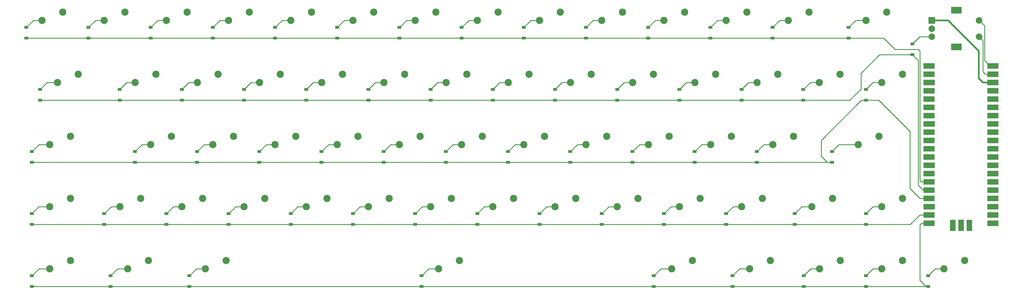
<source format=gbr>
%TF.GenerationSoftware,KiCad,Pcbnew,(6.0.8)*%
%TF.CreationDate,2022-10-10T20:20:44+01:00*%
%TF.ProjectId,keyboard-pcb,6b657962-6f61-4726-942d-7063622e6b69,1.0*%
%TF.SameCoordinates,Original*%
%TF.FileFunction,Copper,L2,Bot*%
%TF.FilePolarity,Positive*%
%FSLAX46Y46*%
G04 Gerber Fmt 4.6, Leading zero omitted, Abs format (unit mm)*
G04 Created by KiCad (PCBNEW (6.0.8)) date 2022-10-10 20:20:44*
%MOMM*%
%LPD*%
G01*
G04 APERTURE LIST*
%TA.AperFunction,ComponentPad*%
%ADD10O,1.700000X1.700000*%
%TD*%
%TA.AperFunction,SMDPad,CuDef*%
%ADD11R,3.500000X1.700000*%
%TD*%
%TA.AperFunction,ComponentPad*%
%ADD12R,1.700000X1.700000*%
%TD*%
%TA.AperFunction,SMDPad,CuDef*%
%ADD13R,1.700000X3.500000*%
%TD*%
%TA.AperFunction,ComponentPad*%
%ADD14C,2.200000*%
%TD*%
%TA.AperFunction,ComponentPad*%
%ADD15R,2.000000X2.000000*%
%TD*%
%TA.AperFunction,ComponentPad*%
%ADD16C,2.000000*%
%TD*%
%TA.AperFunction,ComponentPad*%
%ADD17R,3.200000X2.000000*%
%TD*%
%TA.AperFunction,SMDPad,CuDef*%
%ADD18R,1.200000X0.900000*%
%TD*%
%TA.AperFunction,Conductor*%
%ADD19C,0.500000*%
%TD*%
%TA.AperFunction,Conductor*%
%ADD20C,0.250000*%
%TD*%
%TA.AperFunction,Conductor*%
%ADD21C,0.400000*%
%TD*%
G04 APERTURE END LIST*
D10*
%TO.P,U1,1,GPIO0*%
%TO.N,CLK*%
X364667800Y-124451000D03*
D11*
X365567800Y-124451000D03*
D10*
%TO.P,U1,2,GPIO1*%
%TO.N,DT*%
X364667800Y-126991000D03*
D11*
X365567800Y-126991000D03*
%TO.P,U1,3,GND*%
%TO.N,GND*%
X365567800Y-129531000D03*
D12*
X364667800Y-129531000D03*
D10*
%TO.P,U1,4,GPIO2*%
%TO.N,COL_8*%
X364667800Y-132071000D03*
D11*
X365567800Y-132071000D03*
D10*
%TO.P,U1,5,GPIO3*%
%TO.N,COL_9*%
X364667800Y-134611000D03*
D11*
X365567800Y-134611000D03*
D10*
%TO.P,U1,6,GPIO4*%
%TO.N,COL_10*%
X364667800Y-137151000D03*
D11*
X365567800Y-137151000D03*
%TO.P,U1,7,GPIO5*%
%TO.N,COL_11*%
X365567800Y-139691000D03*
D10*
X364667800Y-139691000D03*
D12*
%TO.P,U1,8,GND*%
%TO.N,unconnected-(U1-Pad8)*%
X364667800Y-142231000D03*
D11*
X365567800Y-142231000D03*
%TO.P,U1,9,GPIO6*%
%TO.N,COL_12*%
X365567800Y-144771000D03*
D10*
X364667800Y-144771000D03*
%TO.P,U1,10,GPIO7*%
%TO.N,COL_13*%
X364667800Y-147311000D03*
D11*
X365567800Y-147311000D03*
%TO.P,U1,11,GPIO8*%
%TO.N,COL_7*%
X365567800Y-149851000D03*
D10*
X364667800Y-149851000D03*
%TO.P,U1,12,GPIO9*%
%TO.N,COL_6*%
X364667800Y-152391000D03*
D11*
X365567800Y-152391000D03*
D12*
%TO.P,U1,13,GND*%
%TO.N,unconnected-(U1-Pad13)*%
X364667800Y-154931000D03*
D11*
X365567800Y-154931000D03*
%TO.P,U1,14,GPIO10*%
%TO.N,COL_5*%
X365567800Y-157471000D03*
D10*
X364667800Y-157471000D03*
%TO.P,U1,15,GPIO11*%
%TO.N,COL_4*%
X364667800Y-160011000D03*
D11*
X365567800Y-160011000D03*
%TO.P,U1,16,GPIO12*%
%TO.N,COL_3*%
X365567800Y-162551000D03*
D10*
X364667800Y-162551000D03*
D11*
%TO.P,U1,17,GPIO13*%
%TO.N,COL_0*%
X365567800Y-165091000D03*
D10*
X364667800Y-165091000D03*
D11*
%TO.P,U1,18,GND*%
%TO.N,unconnected-(U1-Pad18)*%
X365567800Y-167631000D03*
D12*
X364667800Y-167631000D03*
D10*
%TO.P,U1,19,GPIO14*%
%TO.N,COL_1*%
X364667800Y-170171000D03*
D11*
X365567800Y-170171000D03*
%TO.P,U1,20,GPIO15*%
%TO.N,COL_2*%
X365567800Y-172711000D03*
D10*
X364667800Y-172711000D03*
D11*
%TO.P,U1,21,GPIO16*%
%TO.N,ROW_4*%
X345987800Y-172711000D03*
D10*
X346887800Y-172711000D03*
D11*
%TO.P,U1,22,GPIO17*%
%TO.N,ROW_3*%
X345987800Y-170171000D03*
D10*
X346887800Y-170171000D03*
D11*
%TO.P,U1,23,GND*%
%TO.N,unconnected-(U1-Pad23)*%
X345987800Y-167631000D03*
D12*
X346887800Y-167631000D03*
D10*
%TO.P,U1,24,GPIO18*%
%TO.N,ROW_2*%
X346887800Y-165091000D03*
D11*
X345987800Y-165091000D03*
%TO.P,U1,25,GPIO19*%
%TO.N,ROW_1*%
X345987800Y-162551000D03*
D10*
X346887800Y-162551000D03*
D11*
%TO.P,U1,26,GPIO20*%
%TO.N,ROW_0*%
X345987800Y-160011000D03*
D10*
X346887800Y-160011000D03*
%TO.P,U1,27,GPIO21*%
%TO.N,unconnected-(U1-Pad27)*%
X346887800Y-157471000D03*
D11*
X345987800Y-157471000D03*
D12*
%TO.P,U1,28,GND*%
%TO.N,unconnected-(U1-Pad28)*%
X346887800Y-154931000D03*
D11*
X345987800Y-154931000D03*
D10*
%TO.P,U1,29,GPIO22*%
%TO.N,unconnected-(U1-Pad29)*%
X346887800Y-152391000D03*
D11*
X345987800Y-152391000D03*
%TO.P,U1,30,RUN*%
%TO.N,unconnected-(U1-Pad30)*%
X345987800Y-149851000D03*
D10*
X346887800Y-149851000D03*
%TO.P,U1,31,GPIO26_ADC0*%
%TO.N,unconnected-(U1-Pad31)*%
X346887800Y-147311000D03*
D11*
X345987800Y-147311000D03*
D10*
%TO.P,U1,32,GPIO27_ADC1*%
%TO.N,unconnected-(U1-Pad32)*%
X346887800Y-144771000D03*
D11*
X345987800Y-144771000D03*
%TO.P,U1,33,AGND*%
%TO.N,unconnected-(U1-Pad33)*%
X345987800Y-142231000D03*
D12*
X346887800Y-142231000D03*
D11*
%TO.P,U1,34,GPIO28_ADC2*%
%TO.N,unconnected-(U1-Pad34)*%
X345987800Y-139691000D03*
D10*
X346887800Y-139691000D03*
D11*
%TO.P,U1,35,ADC_VREF*%
%TO.N,unconnected-(U1-Pad35)*%
X345987800Y-137151000D03*
D10*
X346887800Y-137151000D03*
%TO.P,U1,36,3V3*%
%TO.N,unconnected-(U1-Pad36)*%
X346887800Y-134611000D03*
D11*
X345987800Y-134611000D03*
%TO.P,U1,37,3V3_EN*%
%TO.N,unconnected-(U1-Pad37)*%
X345987800Y-132071000D03*
D10*
X346887800Y-132071000D03*
D11*
%TO.P,U1,38,GND*%
%TO.N,unconnected-(U1-Pad38)*%
X345987800Y-129531000D03*
D12*
X346887800Y-129531000D03*
D11*
%TO.P,U1,39,VSYS*%
%TO.N,unconnected-(U1-Pad39)*%
X345987800Y-126991000D03*
D10*
X346887800Y-126991000D03*
%TO.P,U1,40,VBUS*%
%TO.N,unconnected-(U1-Pad40)*%
X346887800Y-124451000D03*
D11*
X345987800Y-124451000D03*
D13*
%TO.P,U1,41,SWCLK*%
%TO.N,unconnected-(U1-Pad41)*%
X358317800Y-173381000D03*
D10*
X358317800Y-172481000D03*
D12*
%TO.P,U1,42,GND*%
%TO.N,unconnected-(U1-Pad42)*%
X355777800Y-172481000D03*
D13*
X355777800Y-173381000D03*
D10*
%TO.P,U1,43,SWDIO*%
%TO.N,unconnected-(U1-Pad43)*%
X353237800Y-172481000D03*
D13*
X353237800Y-173381000D03*
%TD*%
D14*
%TO.P,MX28,1,COL*%
%TO.N,COL_7*%
X228219000Y-146041000D03*
%TO.P,MX28,2,ROW*%
%TO.N,Net-(D35-Pad2)*%
X221869000Y-148581000D03*
%TD*%
%TO.P,ALT1,1,COL*%
%TO.N,COL_2*%
X130683000Y-184150000D03*
%TO.P,ALT1,2,ROW*%
%TO.N,Net-(ALT1-Pad2)*%
X124333000Y-186690000D03*
%TD*%
%TO.P,DEL1,1,COL*%
%TO.N,COL_13*%
X337820000Y-127000000D03*
%TO.P,DEL1,2,ROW*%
%TO.N,Net-(D62-Pad2)*%
X331470000Y-129540000D03*
%TD*%
%TO.P,MX32,1,COL*%
%TO.N,COL_8*%
X247269000Y-146041000D03*
%TO.P,MX32,2,ROW*%
%TO.N,Net-(D39-Pad2)*%
X240919000Y-148581000D03*
%TD*%
%TO.P,SUP1,1,COL*%
%TO.N,COL_1*%
X106857800Y-184150000D03*
%TO.P,SUP1,2,ROW*%
%TO.N,Net-(D10-Pad2)*%
X100507800Y-186690000D03*
%TD*%
%TO.P,MX46,1,COL*%
%TO.N,COL_12*%
X309245000Y-107950000D03*
%TO.P,MX46,2,ROW*%
%TO.N,Net-(D56-Pad2)*%
X302895000Y-110490000D03*
%TD*%
%TO.P,MX43,1,COL*%
%TO.N,COL_11*%
X299694600Y-126991000D03*
%TO.P,MX43,2,ROW*%
%TO.N,Net-(D52-Pad2)*%
X293344600Y-129531000D03*
%TD*%
%TO.P,DWN1,1,COL*%
%TO.N,COL_12*%
X337820000Y-184150000D03*
%TO.P,DWN1,2,ROW*%
%TO.N,Net-(D60-Pad2)*%
X331470000Y-186690000D03*
%TD*%
%TO.P,MX12,1,COL*%
%TO.N,COL_3*%
X152019000Y-146041000D03*
%TO.P,MX12,2,ROW*%
%TO.N,Net-(D18-Pad2)*%
X145669000Y-148581000D03*
%TD*%
%TO.P,MX33,1,COL*%
%TO.N,COL_8*%
X237794800Y-165091000D03*
%TO.P,MX33,2,ROW*%
%TO.N,Net-(D40-Pad2)*%
X231444800Y-167631000D03*
%TD*%
%TO.P,FNC1,1,COL*%
%TO.N,COL_10*%
X297332400Y-184150000D03*
%TO.P,FNC1,2,ROW*%
%TO.N,Net-(D50-Pad2)*%
X290982400Y-186690000D03*
%TD*%
%TO.P,MX29,1,COL*%
%TO.N,COL_7*%
X218744800Y-165091000D03*
%TO.P,MX29,2,ROW*%
%TO.N,Net-(D36-Pad2)*%
X212394800Y-167631000D03*
%TD*%
%TO.P,MX8,1,COL*%
%TO.N,COL_2*%
X132969000Y-146041000D03*
%TO.P,MX8,2,ROW*%
%TO.N,Net-(D13-Pad2)*%
X126619000Y-148581000D03*
%TD*%
%TO.P,MX27,1,COL*%
%TO.N,COL_7*%
X223494600Y-126991000D03*
%TO.P,MX27,2,ROW*%
%TO.N,Net-(D34-Pad2)*%
X217144600Y-129531000D03*
%TD*%
%TO.P,MX23,1,COL*%
%TO.N,COL_6*%
X204444600Y-126991000D03*
%TO.P,MX23,2,ROW*%
%TO.N,Net-(D29-Pad2)*%
X198094600Y-129531000D03*
%TD*%
%TO.P,MX14,1,COL*%
%TO.N,COL_4*%
X156845000Y-107950000D03*
%TO.P,MX14,2,ROW*%
%TO.N,Net-(D20-Pad2)*%
X150495000Y-110490000D03*
%TD*%
%TO.P,MX16,1,COL*%
%TO.N,COL_4*%
X171069000Y-146041000D03*
%TO.P,MX16,2,ROW*%
%TO.N,Net-(D22-Pad2)*%
X164719000Y-148581000D03*
%TD*%
%TO.P,MX48,1,COL*%
%TO.N,COL_12*%
X316382400Y-165091000D03*
%TO.P,MX48,2,ROW*%
%TO.N,Net-(D59-Pad2)*%
X310032400Y-167631000D03*
%TD*%
%TO.P,SHFT1,1,COL*%
%TO.N,COL_0*%
X83032600Y-165100000D03*
%TO.P,SHFT1,2,ROW*%
%TO.N,Net-(D4-Pad2)*%
X76682600Y-167640000D03*
%TD*%
%TO.P,MX38,1,COL*%
%TO.N,COL_10*%
X271145000Y-107950000D03*
%TO.P,MX38,2,ROW*%
%TO.N,Net-(D46-Pad2)*%
X264795000Y-110490000D03*
%TD*%
%TO.P,MX13,1,COL*%
%TO.N,COL_3*%
X142544800Y-165091000D03*
%TO.P,MX13,2,ROW*%
%TO.N,Net-(D19-Pad2)*%
X136194800Y-167631000D03*
%TD*%
%TO.P,MX26,1,COL*%
%TO.N,COL_7*%
X213995000Y-107950000D03*
%TO.P,MX26,2,ROW*%
%TO.N,Net-(D33-Pad2)*%
X207645000Y-110490000D03*
%TD*%
D15*
%TO.P,SW1,A,A*%
%TO.N,GND*%
X346826000Y-110521000D03*
D16*
%TO.P,SW1,B,B*%
%TO.N,Net-(D65-Pad2)*%
X346826000Y-115521000D03*
%TO.P,SW1,C,C*%
%TO.N,COL_13*%
X346826000Y-113021000D03*
D17*
%TO.P,SW1,MP*%
%TO.N,N/C*%
X354326000Y-118621000D03*
X354326000Y-107421000D03*
D16*
%TO.P,SW1,S1,S1*%
%TO.N,DT*%
X361326000Y-115521000D03*
%TO.P,SW1,S2,S2*%
%TO.N,CLK*%
X361326000Y-110521000D03*
%TD*%
D14*
%TO.P,MX30,1,COL*%
%TO.N,COL_8*%
X233045000Y-107950000D03*
%TO.P,MX30,2,ROW*%
%TO.N,Net-(D37-Pad2)*%
X226695000Y-110490000D03*
%TD*%
%TO.P,TAB1,1,COL*%
%TO.N,COL_0*%
X85394800Y-127000000D03*
%TO.P,TAB1,2,ROW*%
%TO.N,Net-(D2-Pad2)*%
X79044800Y-129540000D03*
%TD*%
%TO.P,MX6,1,COL*%
%TO.N,COL_2*%
X118745000Y-107941000D03*
%TO.P,MX6,2,ROW*%
%TO.N,Net-(D11-Pad2)*%
X112395000Y-110481000D03*
%TD*%
%TO.P,MX34,1,COL*%
%TO.N,COL_9*%
X252095000Y-107950000D03*
%TO.P,MX34,2,ROW*%
%TO.N,Net-(D41-Pad2)*%
X245745000Y-110490000D03*
%TD*%
%TO.P,MX10,1,COL*%
%TO.N,COL_3*%
X137795000Y-107941000D03*
%TO.P,MX10,2,ROW*%
%TO.N,Net-(D16-Pad2)*%
X131445000Y-110481000D03*
%TD*%
%TO.P,MX47,1,COL*%
%TO.N,COL_12*%
X318744600Y-126991000D03*
%TO.P,MX47,2,ROW*%
%TO.N,Net-(D57-Pad2)*%
X312394600Y-129531000D03*
%TD*%
%TO.P,RHT1,1,COL*%
%TO.N,COL_13*%
X356870000Y-184150000D03*
%TO.P,RHT1,2,ROW*%
%TO.N,Net-(D64-Pad2)*%
X350520000Y-186690000D03*
%TD*%
%TO.P,MX4,1,COL*%
%TO.N,COL_1*%
X113919000Y-146041000D03*
%TO.P,MX4,2,ROW*%
%TO.N,Net-(D8-Pad2)*%
X107569000Y-148581000D03*
%TD*%
%TO.P,MX24,1,COL*%
%TO.N,COL_6*%
X209169000Y-146041000D03*
%TO.P,MX24,2,ROW*%
%TO.N,Net-(D30-Pad2)*%
X202819000Y-148581000D03*
%TD*%
%TO.P,CTRL1,1,COL*%
%TO.N,COL_0*%
X83032600Y-184150000D03*
%TO.P,CTRL1,2,ROW*%
%TO.N,Net-(CTRL1-Pad2)*%
X76682600Y-186690000D03*
%TD*%
%TO.P,MX11,1,COL*%
%TO.N,COL_3*%
X147294600Y-126991000D03*
%TO.P,MX11,2,ROW*%
%TO.N,Net-(D17-Pad2)*%
X140944600Y-129531000D03*
%TD*%
%TO.P,BKSP1,1,COL*%
%TO.N,COL_13*%
X333044800Y-107950000D03*
%TO.P,BKSP1,2,ROW*%
%TO.N,Net-(BKSP1-Pad2)*%
X326694800Y-110490000D03*
%TD*%
%TO.P,ALT2,1,COL*%
%TO.N,COL_9*%
X273532600Y-184150000D03*
%TO.P,ALT2,2,ROW*%
%TO.N,Net-(ALT2-Pad2)*%
X267182600Y-186690000D03*
%TD*%
%TO.P,MX41,1,COL*%
%TO.N,COL_10*%
X275894800Y-165091000D03*
%TO.P,MX41,2,ROW*%
%TO.N,Net-(D49-Pad2)*%
X269544800Y-167631000D03*
%TD*%
%TO.P,SPC1,1,COL*%
%TO.N,COL_6*%
X202107800Y-184134800D03*
%TO.P,SPC1,2,ROW*%
%TO.N,Net-(D32-Pad2)*%
X195757800Y-186674800D03*
%TD*%
%TO.P,MX18,1,COL*%
%TO.N,COL_5*%
X175895000Y-107950000D03*
%TO.P,MX18,2,ROW*%
%TO.N,Net-(D24-Pad2)*%
X169545000Y-110490000D03*
%TD*%
%TO.P,MX36,1,COL*%
%TO.N,COL_9*%
X266344400Y-146041000D03*
%TO.P,MX36,2,ROW*%
%TO.N,Net-(D43-Pad2)*%
X259994400Y-148581000D03*
%TD*%
%TO.P,MX25,1,COL*%
%TO.N,COL_6*%
X199694800Y-165091000D03*
%TO.P,MX25,2,ROW*%
%TO.N,Net-(D31-Pad2)*%
X193344800Y-167631000D03*
%TD*%
%TO.P,ENT1,1,COL*%
%TO.N,COL_12*%
X330682600Y-146050000D03*
%TO.P,ENT1,2,ROW*%
%TO.N,Net-(D58-Pad2)*%
X324332600Y-148590000D03*
%TD*%
%TO.P,MX2,1,COL*%
%TO.N,COL_1*%
X99695000Y-107950000D03*
%TO.P,MX2,2,ROW*%
%TO.N,Net-(D6-Pad2)*%
X93345000Y-110490000D03*
%TD*%
%TO.P,MX15,1,COL*%
%TO.N,COL_4*%
X166344600Y-126991000D03*
%TO.P,MX15,2,ROW*%
%TO.N,Net-(D21-Pad2)*%
X159994600Y-129531000D03*
%TD*%
%TO.P,CAP1,1,COL*%
%TO.N,COL_0*%
X83032600Y-146050000D03*
%TO.P,CAP1,2,ROW*%
%TO.N,Net-(CAP1-Pad2)*%
X76682600Y-148590000D03*
%TD*%
%TO.P,UP1,1,COL*%
%TO.N,COL_13*%
X337820000Y-165116400D03*
%TO.P,UP1,2,ROW*%
%TO.N,Net-(D63-Pad2)*%
X331470000Y-167656400D03*
%TD*%
%TO.P,MX31,1,COL*%
%TO.N,COL_8*%
X242544600Y-126991000D03*
%TO.P,MX31,2,ROW*%
%TO.N,Net-(D38-Pad2)*%
X236194600Y-129531000D03*
%TD*%
%TO.P,MX35,1,COL*%
%TO.N,COL_9*%
X261594600Y-126991000D03*
%TO.P,MX35,2,ROW*%
%TO.N,Net-(D42-Pad2)*%
X255244600Y-129531000D03*
%TD*%
%TO.P,MX5,1,COL*%
%TO.N,COL_1*%
X104470200Y-165100000D03*
%TO.P,MX5,2,ROW*%
%TO.N,Net-(D9-Pad2)*%
X98120200Y-167640000D03*
%TD*%
%TO.P,MX42,1,COL*%
%TO.N,COL_11*%
X290195000Y-107950000D03*
%TO.P,MX42,2,ROW*%
%TO.N,Net-(D51-Pad2)*%
X283845000Y-110490000D03*
%TD*%
%TO.P,MX40,1,COL*%
%TO.N,COL_10*%
X285394400Y-146041000D03*
%TO.P,MX40,2,ROW*%
%TO.N,Net-(D48-Pad2)*%
X279044400Y-148581000D03*
%TD*%
%TO.P,MX7,1,COL*%
%TO.N,COL_2*%
X128244600Y-126991000D03*
%TO.P,MX7,2,ROW*%
%TO.N,Net-(D12-Pad2)*%
X121894600Y-129531000D03*
%TD*%
%TO.P,MX22,1,COL*%
%TO.N,COL_6*%
X194945000Y-107950000D03*
%TO.P,MX22,2,ROW*%
%TO.N,Net-(D28-Pad2)*%
X188595000Y-110490000D03*
%TD*%
%TO.P,MX19,1,COL*%
%TO.N,COL_5*%
X185394600Y-126991000D03*
%TO.P,MX19,2,ROW*%
%TO.N,Net-(D25-Pad2)*%
X179044600Y-129531000D03*
%TD*%
%TO.P,MX37,1,COL*%
%TO.N,COL_9*%
X256844800Y-165091000D03*
%TO.P,MX37,2,ROW*%
%TO.N,Net-(D44-Pad2)*%
X250494800Y-167631000D03*
%TD*%
%TO.P,MX17,1,COL*%
%TO.N,COL_4*%
X161594800Y-165091000D03*
%TO.P,MX17,2,ROW*%
%TO.N,Net-(D23-Pad2)*%
X155244800Y-167631000D03*
%TD*%
%TO.P,MX39,1,COL*%
%TO.N,COL_10*%
X280644600Y-126991000D03*
%TO.P,MX39,2,ROW*%
%TO.N,Net-(D47-Pad2)*%
X274294600Y-129531000D03*
%TD*%
%TO.P,MX20,1,COL*%
%TO.N,COL_5*%
X190119000Y-146041000D03*
%TO.P,MX20,2,ROW*%
%TO.N,Net-(D26-Pad2)*%
X183769000Y-148581000D03*
%TD*%
%TO.P,MX3,1,COL*%
%TO.N,COL_1*%
X109194600Y-126991000D03*
%TO.P,MX3,2,ROW*%
%TO.N,Net-(D7-Pad2)*%
X102844600Y-129531000D03*
%TD*%
%TO.P,MX21,1,COL*%
%TO.N,COL_5*%
X180644800Y-165091000D03*
%TO.P,MX21,2,ROW*%
%TO.N,Net-(D27-Pad2)*%
X174294800Y-167631000D03*
%TD*%
%TO.P,MX45,1,COL*%
%TO.N,COL_11*%
X294944800Y-165091000D03*
%TO.P,MX45,2,ROW*%
%TO.N,Net-(D54-Pad2)*%
X288594800Y-167631000D03*
%TD*%
%TO.P,MX1,1,COL*%
%TO.N,COL_0*%
X80645000Y-107950000D03*
%TO.P,MX1,2,ROW*%
%TO.N,Net-(D1-Pad2)*%
X74295000Y-110490000D03*
%TD*%
%TO.P,LFT1,1,COL*%
%TO.N,COL_11*%
X318770000Y-184150000D03*
%TO.P,LFT1,2,ROW*%
%TO.N,Net-(D55-Pad2)*%
X312420000Y-186690000D03*
%TD*%
%TO.P,MX9,1,COL*%
%TO.N,COL_2*%
X123494800Y-165091000D03*
%TO.P,MX9,2,ROW*%
%TO.N,Net-(D14-Pad2)*%
X117144800Y-167631000D03*
%TD*%
%TO.P,MX44,1,COL*%
%TO.N,COL_11*%
X304469800Y-146041000D03*
%TO.P,MX44,2,ROW*%
%TO.N,Net-(D53-Pad2)*%
X298119800Y-148581000D03*
%TD*%
D18*
%TO.P,D59,1,K*%
%TO.N,ROW_3*%
X304850800Y-173091000D03*
%TO.P,D59,2,A*%
%TO.N,Net-(D59-Pad2)*%
X304850800Y-169791000D03*
%TD*%
%TO.P,D9,1,K*%
%TO.N,ROW_3*%
X93345000Y-173100000D03*
%TO.P,D9,2,A*%
%TO.N,Net-(D9-Pad2)*%
X93345000Y-169800000D03*
%TD*%
%TO.P,D46,1,K*%
%TO.N,ROW_0*%
X259969000Y-115950000D03*
%TO.P,D46,2,A*%
%TO.N,Net-(D46-Pad2)*%
X259969000Y-112650000D03*
%TD*%
%TO.P,D47,1,K*%
%TO.N,ROW_1*%
X269494000Y-135000000D03*
%TO.P,D47,2,A*%
%TO.N,Net-(D47-Pad2)*%
X269494000Y-131700000D03*
%TD*%
%TO.P,D7,1,K*%
%TO.N,ROW_1*%
X98044000Y-135000000D03*
%TO.P,D7,2,A*%
%TO.N,Net-(D7-Pad2)*%
X98044000Y-131700000D03*
%TD*%
%TO.P,D16,1,K*%
%TO.N,ROW_0*%
X126619000Y-115950000D03*
%TO.P,D16,2,A*%
%TO.N,Net-(D16-Pad2)*%
X126619000Y-112650000D03*
%TD*%
%TO.P,D21,1,K*%
%TO.N,ROW_1*%
X155194000Y-135000000D03*
%TO.P,D21,2,A*%
%TO.N,Net-(D21-Pad2)*%
X155194000Y-131700000D03*
%TD*%
%TO.P,D63,1,K*%
%TO.N,ROW_3*%
X326644000Y-173100000D03*
%TO.P,D63,2,A*%
%TO.N,Net-(D63-Pad2)*%
X326644000Y-169800000D03*
%TD*%
%TO.P,D14,1,K*%
%TO.N,ROW_3*%
X112395000Y-173100000D03*
%TO.P,D14,2,A*%
%TO.N,Net-(D14-Pad2)*%
X112395000Y-169800000D03*
%TD*%
%TO.P,D65,1,K*%
%TO.N,ROW_1*%
X340868000Y-121021000D03*
%TO.P,D65,2,A*%
%TO.N,Net-(D65-Pad2)*%
X340868000Y-117721000D03*
%TD*%
%TO.P,D39,1,K*%
%TO.N,ROW_2*%
X236093000Y-154050000D03*
%TO.P,D39,2,A*%
%TO.N,Net-(D39-Pad2)*%
X236093000Y-150750000D03*
%TD*%
%TO.P,D24,1,K*%
%TO.N,ROW_0*%
X164719000Y-115950000D03*
%TO.P,D24,2,A*%
%TO.N,Net-(D24-Pad2)*%
X164719000Y-112650000D03*
%TD*%
%TO.P,D49,1,K*%
%TO.N,ROW_3*%
X264795000Y-173100000D03*
%TO.P,D49,2,A*%
%TO.N,Net-(D49-Pad2)*%
X264795000Y-169800000D03*
%TD*%
%TO.P,D50,1,K*%
%TO.N,ROW_4*%
X285800800Y-192141000D03*
%TO.P,D50,2,A*%
%TO.N,Net-(D50-Pad2)*%
X285800800Y-188841000D03*
%TD*%
%TO.P,D35,1,K*%
%TO.N,ROW_2*%
X217043000Y-154050000D03*
%TO.P,D35,2,A*%
%TO.N,Net-(D35-Pad2)*%
X217043000Y-150750000D03*
%TD*%
%TO.P,D51,1,K*%
%TO.N,ROW_0*%
X279019000Y-115950000D03*
%TO.P,D51,2,A*%
%TO.N,Net-(D51-Pad2)*%
X279019000Y-112650000D03*
%TD*%
%TO.P,D18,1,K*%
%TO.N,ROW_2*%
X140843000Y-154050000D03*
%TO.P,D18,2,A*%
%TO.N,Net-(D18-Pad2)*%
X140843000Y-150750000D03*
%TD*%
%TO.P,D22,1,K*%
%TO.N,ROW_2*%
X159893000Y-154050000D03*
%TO.P,D22,2,A*%
%TO.N,Net-(D22-Pad2)*%
X159893000Y-150750000D03*
%TD*%
%TO.P,D4,1,K*%
%TO.N,ROW_3*%
X71170800Y-173091000D03*
%TO.P,D4,2,A*%
%TO.N,Net-(D4-Pad2)*%
X71170800Y-169791000D03*
%TD*%
%TO.P,D30,1,K*%
%TO.N,ROW_2*%
X197993000Y-154050000D03*
%TO.P,D30,2,A*%
%TO.N,Net-(D30-Pad2)*%
X197993000Y-150750000D03*
%TD*%
%TO.P,D34,1,K*%
%TO.N,ROW_1*%
X212344000Y-135000000D03*
%TO.P,D34,2,A*%
%TO.N,Net-(D34-Pad2)*%
X212344000Y-131700000D03*
%TD*%
%TO.P,D12,1,K*%
%TO.N,ROW_1*%
X117094000Y-135000000D03*
%TO.P,D12,2,A*%
%TO.N,Net-(D12-Pad2)*%
X117094000Y-131700000D03*
%TD*%
%TO.P,D2,1,K*%
%TO.N,ROW_1*%
X73710800Y-134991000D03*
%TO.P,D2,2,A*%
%TO.N,Net-(D2-Pad2)*%
X73710800Y-131691000D03*
%TD*%
%TO.P,D44,1,K*%
%TO.N,ROW_3*%
X245745000Y-173100000D03*
%TO.P,D44,2,A*%
%TO.N,Net-(D44-Pad2)*%
X245745000Y-169800000D03*
%TD*%
%TO.P,D33,1,K*%
%TO.N,ROW_0*%
X202819000Y-115950000D03*
%TO.P,D33,2,A*%
%TO.N,Net-(D33-Pad2)*%
X202819000Y-112650000D03*
%TD*%
%TO.P,D52,1,K*%
%TO.N,ROW_1*%
X288544000Y-135000000D03*
%TO.P,D52,2,A*%
%TO.N,Net-(D52-Pad2)*%
X288544000Y-131700000D03*
%TD*%
%TO.P,D58,1,K*%
%TO.N,ROW_2*%
X316230000Y-154041000D03*
%TO.P,D58,2,A*%
%TO.N,Net-(D58-Pad2)*%
X316230000Y-150741000D03*
%TD*%
%TO.P,D54,1,K*%
%TO.N,ROW_3*%
X283845000Y-173100000D03*
%TO.P,D54,2,A*%
%TO.N,Net-(D54-Pad2)*%
X283845000Y-169800000D03*
%TD*%
%TO.P,D26,1,K*%
%TO.N,ROW_2*%
X178943000Y-154050000D03*
%TO.P,D26,2,A*%
%TO.N,Net-(D26-Pad2)*%
X178943000Y-150750000D03*
%TD*%
%TO.P,D28,1,K*%
%TO.N,ROW_0*%
X183769000Y-115950000D03*
%TO.P,D28,2,A*%
%TO.N,Net-(D28-Pad2)*%
X183769000Y-112650000D03*
%TD*%
%TO.P,D27,1,K*%
%TO.N,ROW_3*%
X169545000Y-173100000D03*
%TO.P,D27,2,A*%
%TO.N,Net-(D27-Pad2)*%
X169545000Y-169800000D03*
%TD*%
%TO.P,D55,1,K*%
%TO.N,ROW_4*%
X307594000Y-192150000D03*
%TO.P,D55,2,A*%
%TO.N,Net-(D55-Pad2)*%
X307594000Y-188850000D03*
%TD*%
%TO.P,D20,1,K*%
%TO.N,ROW_0*%
X145669000Y-115950000D03*
%TO.P,D20,2,A*%
%TO.N,Net-(D20-Pad2)*%
X145669000Y-112650000D03*
%TD*%
%TO.P,D17,1,K*%
%TO.N,ROW_1*%
X136144000Y-135000000D03*
%TO.P,D17,2,A*%
%TO.N,Net-(D17-Pad2)*%
X136144000Y-131700000D03*
%TD*%
%TO.P,D29,1,K*%
%TO.N,ROW_1*%
X193294000Y-135000000D03*
%TO.P,D29,2,A*%
%TO.N,Net-(D29-Pad2)*%
X193294000Y-131700000D03*
%TD*%
%TO.P,D32,1,K*%
%TO.N,ROW_4*%
X190550800Y-192141000D03*
%TO.P,D32,2,A*%
%TO.N,Net-(D32-Pad2)*%
X190550800Y-188841000D03*
%TD*%
%TO.P,D38,1,K*%
%TO.N,ROW_1*%
X231394000Y-135000000D03*
%TO.P,D38,2,A*%
%TO.N,Net-(D38-Pad2)*%
X231394000Y-131700000D03*
%TD*%
%TO.P,D41,1,K*%
%TO.N,ROW_0*%
X240919000Y-115950000D03*
%TO.P,D41,2,A*%
%TO.N,Net-(D41-Pad2)*%
X240919000Y-112650000D03*
%TD*%
%TO.P,D45,1,K*%
%TO.N,ROW_4*%
X261670800Y-192141000D03*
%TO.P,D45,2,A*%
%TO.N,Net-(ALT2-Pad2)*%
X261670800Y-188841000D03*
%TD*%
%TO.P,D48,1,K*%
%TO.N,ROW_2*%
X274193000Y-154050000D03*
%TO.P,D48,2,A*%
%TO.N,Net-(D48-Pad2)*%
X274193000Y-150750000D03*
%TD*%
%TO.P,D25,1,K*%
%TO.N,ROW_1*%
X174244000Y-135000000D03*
%TO.P,D25,2,A*%
%TO.N,Net-(D25-Pad2)*%
X174244000Y-131700000D03*
%TD*%
%TO.P,D3,1,K*%
%TO.N,ROW_2*%
X71170800Y-154041000D03*
%TO.P,D3,2,A*%
%TO.N,Net-(CAP1-Pad2)*%
X71170800Y-150741000D03*
%TD*%
%TO.P,D8,1,K*%
%TO.N,ROW_2*%
X102743000Y-154050000D03*
%TO.P,D8,2,A*%
%TO.N,Net-(D8-Pad2)*%
X102743000Y-150750000D03*
%TD*%
%TO.P,D60,1,K*%
%TO.N,ROW_4*%
X326644000Y-192150000D03*
%TO.P,D60,2,A*%
%TO.N,Net-(D60-Pad2)*%
X326644000Y-188850000D03*
%TD*%
%TO.P,D57,1,K*%
%TO.N,ROW_1*%
X307467000Y-135000000D03*
%TO.P,D57,2,A*%
%TO.N,Net-(D57-Pad2)*%
X307467000Y-131700000D03*
%TD*%
%TO.P,D36,1,K*%
%TO.N,ROW_3*%
X207645000Y-173100000D03*
%TO.P,D36,2,A*%
%TO.N,Net-(D36-Pad2)*%
X207645000Y-169800000D03*
%TD*%
%TO.P,D43,1,K*%
%TO.N,ROW_2*%
X255143000Y-154050000D03*
%TO.P,D43,2,A*%
%TO.N,Net-(D43-Pad2)*%
X255143000Y-150750000D03*
%TD*%
%TO.P,D42,1,K*%
%TO.N,ROW_1*%
X250444000Y-135000000D03*
%TO.P,D42,2,A*%
%TO.N,Net-(D42-Pad2)*%
X250444000Y-131700000D03*
%TD*%
%TO.P,D19,1,K*%
%TO.N,ROW_3*%
X131445000Y-173100000D03*
%TO.P,D19,2,A*%
%TO.N,Net-(D19-Pad2)*%
X131445000Y-169800000D03*
%TD*%
%TO.P,D5,1,K*%
%TO.N,ROW_4*%
X71170800Y-192141000D03*
%TO.P,D5,2,A*%
%TO.N,Net-(CTRL1-Pad2)*%
X71170800Y-188841000D03*
%TD*%
%TO.P,D62,1,K*%
%TO.N,ROW_2*%
X326644000Y-135000000D03*
%TO.P,D62,2,A*%
%TO.N,Net-(D62-Pad2)*%
X326644000Y-131700000D03*
%TD*%
%TO.P,D6,1,K*%
%TO.N,ROW_0*%
X88519000Y-115950000D03*
%TO.P,D6,2,A*%
%TO.N,Net-(D6-Pad2)*%
X88519000Y-112650000D03*
%TD*%
%TO.P,D37,1,K*%
%TO.N,ROW_0*%
X221869000Y-115950000D03*
%TO.P,D37,2,A*%
%TO.N,Net-(D37-Pad2)*%
X221869000Y-112650000D03*
%TD*%
%TO.P,D61,1,K*%
%TO.N,ROW_0*%
X321360800Y-115941000D03*
%TO.P,D61,2,A*%
%TO.N,Net-(BKSP1-Pad2)*%
X321360800Y-112641000D03*
%TD*%
%TO.P,D1,1,K*%
%TO.N,ROW_0*%
X69469000Y-115950000D03*
%TO.P,D1,2,A*%
%TO.N,Net-(D1-Pad2)*%
X69469000Y-112650000D03*
%TD*%
%TO.P,D15,1,K*%
%TO.N,ROW_4*%
X119430800Y-192141000D03*
%TO.P,D15,2,A*%
%TO.N,Net-(ALT1-Pad2)*%
X119430800Y-188841000D03*
%TD*%
%TO.P,D13,1,K*%
%TO.N,ROW_2*%
X121793000Y-154050000D03*
%TO.P,D13,2,A*%
%TO.N,Net-(D13-Pad2)*%
X121793000Y-150750000D03*
%TD*%
%TO.P,D64,1,K*%
%TO.N,ROW_4*%
X345694000Y-192150000D03*
%TO.P,D64,2,A*%
%TO.N,Net-(D64-Pad2)*%
X345694000Y-188850000D03*
%TD*%
%TO.P,D31,1,K*%
%TO.N,ROW_3*%
X188595000Y-173100000D03*
%TO.P,D31,2,A*%
%TO.N,Net-(D31-Pad2)*%
X188595000Y-169800000D03*
%TD*%
%TO.P,D56,1,K*%
%TO.N,ROW_0*%
X298069000Y-115950000D03*
%TO.P,D56,2,A*%
%TO.N,Net-(D56-Pad2)*%
X298069000Y-112650000D03*
%TD*%
%TO.P,D23,1,K*%
%TO.N,ROW_3*%
X150495000Y-173100000D03*
%TO.P,D23,2,A*%
%TO.N,Net-(D23-Pad2)*%
X150495000Y-169800000D03*
%TD*%
%TO.P,D10,1,K*%
%TO.N,ROW_4*%
X95300800Y-192141000D03*
%TO.P,D10,2,A*%
%TO.N,Net-(D10-Pad2)*%
X95300800Y-188841000D03*
%TD*%
%TO.P,D40,1,K*%
%TO.N,ROW_3*%
X226695000Y-173100000D03*
%TO.P,D40,2,A*%
%TO.N,Net-(D40-Pad2)*%
X226695000Y-169800000D03*
%TD*%
%TO.P,D11,1,K*%
%TO.N,ROW_0*%
X107569000Y-115950000D03*
%TO.P,D11,2,A*%
%TO.N,Net-(D11-Pad2)*%
X107569000Y-112650000D03*
%TD*%
%TO.P,D53,1,K*%
%TO.N,ROW_2*%
X293243000Y-154050000D03*
%TO.P,D53,2,A*%
%TO.N,Net-(D53-Pad2)*%
X293243000Y-150750000D03*
%TD*%
D19*
%TO.N,GND*%
X361188000Y-128270000D02*
X362449000Y-129531000D01*
X362449000Y-129531000D02*
X364667800Y-129531000D01*
X351821000Y-110521000D02*
X361188000Y-119888000D01*
X361188000Y-119888000D02*
X361188000Y-128270000D01*
X346826000Y-110521000D02*
X351821000Y-110521000D01*
D20*
%TO.N,DT*%
X363229000Y-126991000D02*
X364667800Y-126991000D01*
X363220000Y-127000000D02*
X363229000Y-126991000D01*
X361326000Y-115521000D02*
X362516000Y-116711000D01*
X362516000Y-116711000D02*
X362516000Y-126296000D01*
X362516000Y-126296000D02*
X363220000Y-127000000D01*
%TO.N,CLK*%
X362966000Y-122749200D02*
X364667800Y-124451000D01*
X362966000Y-112161000D02*
X362966000Y-122749200D01*
X361326000Y-110521000D02*
X362966000Y-112161000D01*
%TO.N,Net-(ALT1-Pad2)*%
X121581800Y-186690000D02*
X119430800Y-188841000D01*
X124333000Y-186690000D02*
X121581800Y-186690000D01*
%TO.N,Net-(ALT2-Pad2)*%
X263821800Y-186690000D02*
X261670800Y-188841000D01*
X267182600Y-186690000D02*
X263821800Y-186690000D01*
%TO.N,Net-(BKSP1-Pad2)*%
X326694800Y-110490000D02*
X323511800Y-110490000D01*
X323511800Y-110490000D02*
X321360800Y-112641000D01*
%TO.N,Net-(CAP1-Pad2)*%
X76682600Y-148590000D02*
X73321800Y-148590000D01*
X73321800Y-148590000D02*
X71170800Y-150741000D01*
%TO.N,Net-(CTRL1-Pad2)*%
X73321800Y-186690000D02*
X71170800Y-188841000D01*
X76682600Y-186690000D02*
X73321800Y-186690000D01*
%TO.N,ROW_0*%
X342646000Y-119380000D02*
X335534000Y-119380000D01*
X343154000Y-159512000D02*
X343653000Y-160011000D01*
X335534000Y-119380000D02*
X332095000Y-115941000D01*
X332095000Y-115941000D02*
X321360800Y-115941000D01*
X69900800Y-115941000D02*
X321360800Y-115941000D01*
X343154000Y-119888000D02*
X342646000Y-119380000D01*
X343154000Y-159512000D02*
X343154000Y-119888000D01*
X343653000Y-160011000D02*
X346887800Y-160011000D01*
%TO.N,Net-(D1-Pad2)*%
X71629000Y-110490000D02*
X69469000Y-112650000D01*
X74295000Y-110490000D02*
X71629000Y-110490000D01*
%TO.N,ROW_1*%
X330845000Y-121021000D02*
X340868000Y-121021000D01*
X342704000Y-161094000D02*
X344170000Y-162560000D01*
X325120000Y-126746000D02*
X330845000Y-121021000D01*
X340868000Y-121021000D02*
X342704000Y-122857000D01*
X307898800Y-134991000D02*
X321701000Y-134991000D01*
X325120000Y-131572000D02*
X325120000Y-126746000D01*
X321701000Y-134991000D02*
X325120000Y-131572000D01*
X342704000Y-122857000D02*
X342704000Y-161094000D01*
X344170000Y-162560000D02*
X344179000Y-162551000D01*
X73710800Y-134991000D02*
X307898800Y-134991000D01*
X344179000Y-162551000D02*
X346887800Y-162551000D01*
%TO.N,Net-(D2-Pad2)*%
X79044800Y-129540000D02*
X75861800Y-129540000D01*
X75861800Y-129540000D02*
X73710800Y-131691000D01*
%TO.N,ROW_2*%
X316230000Y-154041000D02*
X314823000Y-154041000D01*
X343145000Y-165091000D02*
X346887800Y-165091000D01*
X312928000Y-152146000D02*
X312928000Y-147320000D01*
X325257000Y-134991000D02*
X327075800Y-134991000D01*
X340106000Y-144526000D02*
X340106000Y-162052000D01*
X340106000Y-162052000D02*
X343145000Y-165091000D01*
X71170800Y-154041000D02*
X316230000Y-154041000D01*
X330571000Y-134991000D02*
X340106000Y-144526000D01*
X327075800Y-134991000D02*
X330571000Y-134991000D01*
X314823000Y-154041000D02*
X312928000Y-152146000D01*
X312928000Y-147320000D02*
X325257000Y-134991000D01*
%TO.N,ROW_3*%
X71170800Y-173091000D02*
X340243000Y-173091000D01*
X343163000Y-170171000D02*
X346887800Y-170171000D01*
X340243000Y-173091000D02*
X343163000Y-170171000D01*
%TO.N,Net-(D4-Pad2)*%
X76682600Y-167640000D02*
X73321800Y-167640000D01*
X73321800Y-167640000D02*
X71170800Y-169791000D01*
%TO.N,ROW_4*%
X346125800Y-192141000D02*
X345049000Y-192141000D01*
X343154000Y-190246000D02*
X343154000Y-173228000D01*
X343154000Y-173228000D02*
X343671000Y-172711000D01*
X343671000Y-172711000D02*
X346887800Y-172711000D01*
X345049000Y-192141000D02*
X343154000Y-190246000D01*
X71170800Y-192141000D02*
X346125800Y-192141000D01*
%TO.N,Net-(D6-Pad2)*%
X90679000Y-110490000D02*
X88519000Y-112650000D01*
X93345000Y-110490000D02*
X90679000Y-110490000D01*
%TO.N,Net-(D7-Pad2)*%
X100213000Y-129531000D02*
X98044000Y-131700000D01*
X102844600Y-129531000D02*
X100213000Y-129531000D01*
%TO.N,Net-(D8-Pad2)*%
X104912000Y-148581000D02*
X102743000Y-150750000D01*
X107569000Y-148581000D02*
X104912000Y-148581000D01*
%TO.N,Net-(D9-Pad2)*%
X98120200Y-167640000D02*
X95505000Y-167640000D01*
X95505000Y-167640000D02*
X93345000Y-169800000D01*
%TO.N,Net-(D10-Pad2)*%
X97451800Y-186690000D02*
X95300800Y-188841000D01*
X100507800Y-186690000D02*
X97451800Y-186690000D01*
%TO.N,Net-(D11-Pad2)*%
X109738000Y-110481000D02*
X107569000Y-112650000D01*
X112395000Y-110481000D02*
X109738000Y-110481000D01*
%TO.N,Net-(D12-Pad2)*%
X121894600Y-129531000D02*
X119263000Y-129531000D01*
X119263000Y-129531000D02*
X117094000Y-131700000D01*
%TO.N,Net-(D13-Pad2)*%
X126619000Y-148581000D02*
X123962000Y-148581000D01*
X123962000Y-148581000D02*
X121793000Y-150750000D01*
%TO.N,Net-(D14-Pad2)*%
X114564000Y-167631000D02*
X112395000Y-169800000D01*
X117144800Y-167631000D02*
X114564000Y-167631000D01*
%TO.N,Net-(D16-Pad2)*%
X131445000Y-110481000D02*
X128788000Y-110481000D01*
X128788000Y-110481000D02*
X126619000Y-112650000D01*
%TO.N,Net-(D17-Pad2)*%
X140944600Y-129531000D02*
X138313000Y-129531000D01*
X138313000Y-129531000D02*
X136144000Y-131700000D01*
%TO.N,Net-(D18-Pad2)*%
X143012000Y-148581000D02*
X140843000Y-150750000D01*
X145669000Y-148581000D02*
X143012000Y-148581000D01*
%TO.N,Net-(D19-Pad2)*%
X133614000Y-167631000D02*
X131445000Y-169800000D01*
X136194800Y-167631000D02*
X133614000Y-167631000D01*
%TO.N,Net-(D20-Pad2)*%
X147829000Y-110490000D02*
X145669000Y-112650000D01*
X150495000Y-110490000D02*
X147829000Y-110490000D01*
%TO.N,Net-(D21-Pad2)*%
X159994600Y-129531000D02*
X157363000Y-129531000D01*
X157363000Y-129531000D02*
X155194000Y-131700000D01*
%TO.N,Net-(D22-Pad2)*%
X162062000Y-148581000D02*
X159893000Y-150750000D01*
X164719000Y-148581000D02*
X162062000Y-148581000D01*
%TO.N,Net-(D23-Pad2)*%
X152664000Y-167631000D02*
X150495000Y-169800000D01*
X155244800Y-167631000D02*
X152664000Y-167631000D01*
%TO.N,Net-(D24-Pad2)*%
X166879000Y-110490000D02*
X164719000Y-112650000D01*
X169545000Y-110490000D02*
X166879000Y-110490000D01*
%TO.N,Net-(D25-Pad2)*%
X176413000Y-129531000D02*
X174244000Y-131700000D01*
X179044600Y-129531000D02*
X176413000Y-129531000D01*
%TO.N,Net-(D26-Pad2)*%
X181112000Y-148581000D02*
X178943000Y-150750000D01*
X183769000Y-148581000D02*
X181112000Y-148581000D01*
%TO.N,Net-(D27-Pad2)*%
X174294800Y-167631000D02*
X171714000Y-167631000D01*
X171714000Y-167631000D02*
X169545000Y-169800000D01*
%TO.N,Net-(D28-Pad2)*%
X185929000Y-110490000D02*
X183769000Y-112650000D01*
X188595000Y-110490000D02*
X185929000Y-110490000D01*
%TO.N,Net-(D29-Pad2)*%
X198094600Y-129531000D02*
X195463000Y-129531000D01*
X195463000Y-129531000D02*
X193294000Y-131700000D01*
%TO.N,Net-(D30-Pad2)*%
X200162000Y-148581000D02*
X197993000Y-150750000D01*
X202819000Y-148581000D02*
X200162000Y-148581000D01*
%TO.N,Net-(D31-Pad2)*%
X193344800Y-167631000D02*
X190764000Y-167631000D01*
X190764000Y-167631000D02*
X188595000Y-169800000D01*
%TO.N,Net-(D32-Pad2)*%
X192717000Y-186674800D02*
X190550800Y-188841000D01*
X195757800Y-186674800D02*
X192717000Y-186674800D01*
%TO.N,Net-(D33-Pad2)*%
X204979000Y-110490000D02*
X202819000Y-112650000D01*
X207645000Y-110490000D02*
X204979000Y-110490000D01*
%TO.N,Net-(D34-Pad2)*%
X214513000Y-129531000D02*
X212344000Y-131700000D01*
X217144600Y-129531000D02*
X214513000Y-129531000D01*
%TO.N,Net-(D35-Pad2)*%
X221869000Y-148581000D02*
X219212000Y-148581000D01*
X219212000Y-148581000D02*
X217043000Y-150750000D01*
%TO.N,Net-(D36-Pad2)*%
X209814000Y-167631000D02*
X207645000Y-169800000D01*
X212394800Y-167631000D02*
X209814000Y-167631000D01*
%TO.N,Net-(D37-Pad2)*%
X226695000Y-110490000D02*
X224029000Y-110490000D01*
X224029000Y-110490000D02*
X221869000Y-112650000D01*
%TO.N,Net-(D38-Pad2)*%
X236194600Y-129531000D02*
X233563000Y-129531000D01*
X233563000Y-129531000D02*
X231394000Y-131700000D01*
%TO.N,Net-(D39-Pad2)*%
X240919000Y-148581000D02*
X238262000Y-148581000D01*
X238262000Y-148581000D02*
X236093000Y-150750000D01*
%TO.N,Net-(D40-Pad2)*%
X231444800Y-167631000D02*
X228864000Y-167631000D01*
X228864000Y-167631000D02*
X226695000Y-169800000D01*
%TO.N,Net-(D41-Pad2)*%
X243079000Y-110490000D02*
X240919000Y-112650000D01*
X245745000Y-110490000D02*
X243079000Y-110490000D01*
%TO.N,Net-(D42-Pad2)*%
X255244600Y-129531000D02*
X252613000Y-129531000D01*
X252613000Y-129531000D02*
X250444000Y-131700000D01*
%TO.N,Net-(D43-Pad2)*%
X259994400Y-148581000D02*
X257312000Y-148581000D01*
X257312000Y-148581000D02*
X255143000Y-150750000D01*
%TO.N,Net-(D44-Pad2)*%
X250494800Y-167631000D02*
X247914000Y-167631000D01*
X247914000Y-167631000D02*
X245745000Y-169800000D01*
%TO.N,Net-(D46-Pad2)*%
X264795000Y-110490000D02*
X262129000Y-110490000D01*
X262129000Y-110490000D02*
X259969000Y-112650000D01*
%TO.N,Net-(D47-Pad2)*%
X271663000Y-129531000D02*
X269494000Y-131700000D01*
X274294600Y-129531000D02*
X271663000Y-129531000D01*
%TO.N,Net-(D48-Pad2)*%
X279044400Y-148581000D02*
X276362000Y-148581000D01*
X276362000Y-148581000D02*
X274193000Y-150750000D01*
%TO.N,Net-(D49-Pad2)*%
X266964000Y-167631000D02*
X264795000Y-169800000D01*
X269544800Y-167631000D02*
X266964000Y-167631000D01*
%TO.N,Net-(D50-Pad2)*%
X290982400Y-186690000D02*
X287951800Y-186690000D01*
X287951800Y-186690000D02*
X285800800Y-188841000D01*
%TO.N,Net-(D51-Pad2)*%
X283845000Y-110490000D02*
X281179000Y-110490000D01*
X281179000Y-110490000D02*
X279019000Y-112650000D01*
%TO.N,Net-(D52-Pad2)*%
X290713000Y-129531000D02*
X288544000Y-131700000D01*
X293344600Y-129531000D02*
X290713000Y-129531000D01*
%TO.N,Net-(D53-Pad2)*%
X295412000Y-148581000D02*
X293243000Y-150750000D01*
X298119800Y-148581000D02*
X295412000Y-148581000D01*
%TO.N,Net-(D54-Pad2)*%
X286014000Y-167631000D02*
X283845000Y-169800000D01*
X288594800Y-167631000D02*
X286014000Y-167631000D01*
%TO.N,Net-(D55-Pad2)*%
X309754000Y-186690000D02*
X307594000Y-188850000D01*
X312420000Y-186690000D02*
X309754000Y-186690000D01*
%TO.N,Net-(D56-Pad2)*%
X302895000Y-110490000D02*
X300229000Y-110490000D01*
X300229000Y-110490000D02*
X298069000Y-112650000D01*
%TO.N,Net-(D57-Pad2)*%
X309636000Y-129531000D02*
X307467000Y-131700000D01*
X312394600Y-129531000D02*
X309636000Y-129531000D01*
%TO.N,Net-(D58-Pad2)*%
X318381000Y-148590000D02*
X316230000Y-150741000D01*
X324332600Y-148590000D02*
X318381000Y-148590000D01*
%TO.N,Net-(D59-Pad2)*%
X310032400Y-167631000D02*
X307010800Y-167631000D01*
X307010800Y-167631000D02*
X304850800Y-169791000D01*
%TO.N,Net-(D60-Pad2)*%
X328804000Y-186690000D02*
X326644000Y-188850000D01*
X331470000Y-186690000D02*
X328804000Y-186690000D01*
%TO.N,Net-(D62-Pad2)*%
X331470000Y-129540000D02*
X328804000Y-129540000D01*
X328804000Y-129540000D02*
X326644000Y-131700000D01*
%TO.N,Net-(D63-Pad2)*%
X331470000Y-167656400D02*
X328787600Y-167656400D01*
X328787600Y-167656400D02*
X326644000Y-169800000D01*
%TO.N,Net-(D64-Pad2)*%
X350520000Y-186690000D02*
X347854000Y-186690000D01*
X347854000Y-186690000D02*
X345694000Y-188850000D01*
%TO.N,Net-(D65-Pad2)*%
X343068000Y-115521000D02*
X340868000Y-117721000D01*
X346826000Y-115521000D02*
X343068000Y-115521000D01*
%TO.N,GND*%
X363220000Y-129540000D02*
X363229000Y-129531000D01*
D21*
X363229000Y-129531000D02*
X364667800Y-129531000D01*
%TD*%
M02*

</source>
